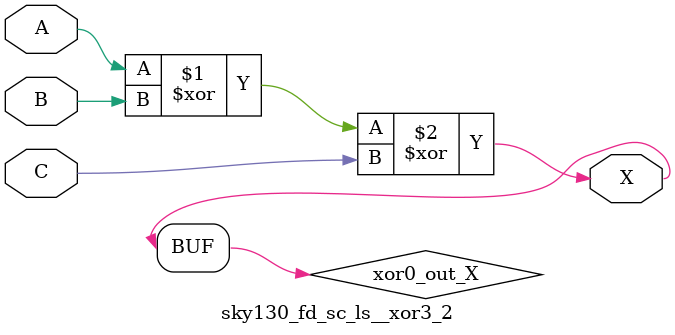
<source format=v>
/*
 * Copyright 2020 The SkyWater PDK Authors
 *
 * Licensed under the Apache License, Version 2.0 (the "License");
 * you may not use this file except in compliance with the License.
 * You may obtain a copy of the License at
 *
 *     https://www.apache.org/licenses/LICENSE-2.0
 *
 * Unless required by applicable law or agreed to in writing, software
 * distributed under the License is distributed on an "AS IS" BASIS,
 * WITHOUT WARRANTIES OR CONDITIONS OF ANY KIND, either express or implied.
 * See the License for the specific language governing permissions and
 * limitations under the License.
 *
 * SPDX-License-Identifier: Apache-2.0
*/


`ifndef SKY130_FD_SC_LS__XOR3_2_FUNCTIONAL_V
`define SKY130_FD_SC_LS__XOR3_2_FUNCTIONAL_V

/**
 * xor3: 3-input exclusive OR.
 *
 *       X = A ^ B ^ C
 *
 * Verilog simulation functional model.
 */

`timescale 1ns / 1ps
`default_nettype none

`celldefine
module sky130_fd_sc_ls__xor3_2 (
    X,
    A,
    B,
    C
);

    // Module ports
    output X;
    input  A;
    input  B;
    input  C;

    // Local signals
    wire xor0_out_X;

    //  Name  Output      Other arguments
    xor xor0 (xor0_out_X, A, B, C        );
    buf buf0 (X         , xor0_out_X     );

endmodule
`endcelldefine

`default_nettype wire
`endif  // SKY130_FD_SC_LS__XOR3_2_FUNCTIONAL_V

</source>
